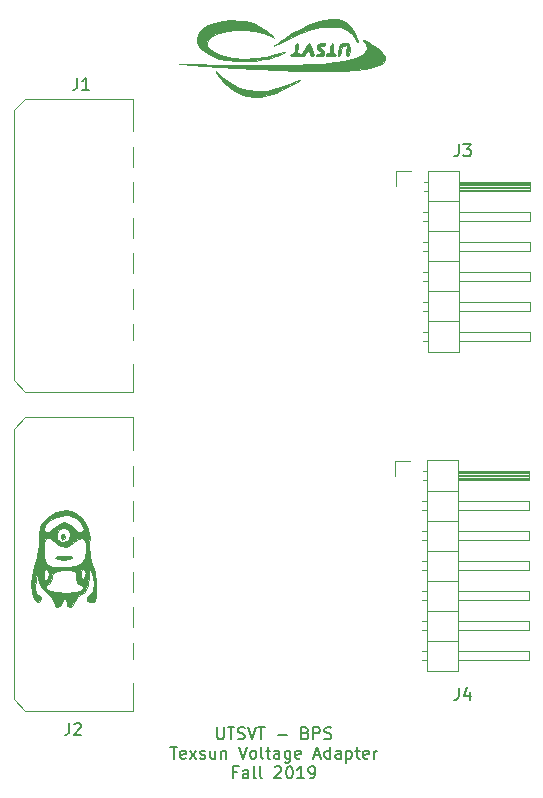
<source format=gbr>
G04 #@! TF.GenerationSoftware,KiCad,Pcbnew,(5.1.4)-1*
G04 #@! TF.CreationDate,2019-11-16T16:56:25-06:00*
G04 #@! TF.ProjectId,ScrutineeringBoard,53637275-7469-46e6-9565-72696e67426f,rev?*
G04 #@! TF.SameCoordinates,Original*
G04 #@! TF.FileFunction,Legend,Top*
G04 #@! TF.FilePolarity,Positive*
%FSLAX46Y46*%
G04 Gerber Fmt 4.6, Leading zero omitted, Abs format (unit mm)*
G04 Created by KiCad (PCBNEW (5.1.4)-1) date 2019-11-16 16:56:25*
%MOMM*%
%LPD*%
G04 APERTURE LIST*
%ADD10C,0.150000*%
%ADD11C,0.010000*%
%ADD12C,0.120000*%
G04 APERTURE END LIST*
D10*
X138190476Y-147802380D02*
X138190476Y-148611904D01*
X138238095Y-148707142D01*
X138285714Y-148754761D01*
X138380952Y-148802380D01*
X138571428Y-148802380D01*
X138666666Y-148754761D01*
X138714285Y-148707142D01*
X138761904Y-148611904D01*
X138761904Y-147802380D01*
X139095238Y-147802380D02*
X139666666Y-147802380D01*
X139380952Y-148802380D02*
X139380952Y-147802380D01*
X139952380Y-148754761D02*
X140095238Y-148802380D01*
X140333333Y-148802380D01*
X140428571Y-148754761D01*
X140476190Y-148707142D01*
X140523809Y-148611904D01*
X140523809Y-148516666D01*
X140476190Y-148421428D01*
X140428571Y-148373809D01*
X140333333Y-148326190D01*
X140142857Y-148278571D01*
X140047619Y-148230952D01*
X140000000Y-148183333D01*
X139952380Y-148088095D01*
X139952380Y-147992857D01*
X140000000Y-147897619D01*
X140047619Y-147850000D01*
X140142857Y-147802380D01*
X140380952Y-147802380D01*
X140523809Y-147850000D01*
X140809523Y-147802380D02*
X141142857Y-148802380D01*
X141476190Y-147802380D01*
X141666666Y-147802380D02*
X142238095Y-147802380D01*
X141952380Y-148802380D02*
X141952380Y-147802380D01*
X143333333Y-148421428D02*
X144095238Y-148421428D01*
X145666666Y-148278571D02*
X145809523Y-148326190D01*
X145857142Y-148373809D01*
X145904761Y-148469047D01*
X145904761Y-148611904D01*
X145857142Y-148707142D01*
X145809523Y-148754761D01*
X145714285Y-148802380D01*
X145333333Y-148802380D01*
X145333333Y-147802380D01*
X145666666Y-147802380D01*
X145761904Y-147850000D01*
X145809523Y-147897619D01*
X145857142Y-147992857D01*
X145857142Y-148088095D01*
X145809523Y-148183333D01*
X145761904Y-148230952D01*
X145666666Y-148278571D01*
X145333333Y-148278571D01*
X146333333Y-148802380D02*
X146333333Y-147802380D01*
X146714285Y-147802380D01*
X146809523Y-147850000D01*
X146857142Y-147897619D01*
X146904761Y-147992857D01*
X146904761Y-148135714D01*
X146857142Y-148230952D01*
X146809523Y-148278571D01*
X146714285Y-148326190D01*
X146333333Y-148326190D01*
X147285714Y-148754761D02*
X147428571Y-148802380D01*
X147666666Y-148802380D01*
X147761904Y-148754761D01*
X147809523Y-148707142D01*
X147857142Y-148611904D01*
X147857142Y-148516666D01*
X147809523Y-148421428D01*
X147761904Y-148373809D01*
X147666666Y-148326190D01*
X147476190Y-148278571D01*
X147380952Y-148230952D01*
X147333333Y-148183333D01*
X147285714Y-148088095D01*
X147285714Y-147992857D01*
X147333333Y-147897619D01*
X147380952Y-147850000D01*
X147476190Y-147802380D01*
X147714285Y-147802380D01*
X147857142Y-147850000D01*
X134238095Y-149452380D02*
X134809523Y-149452380D01*
X134523809Y-150452380D02*
X134523809Y-149452380D01*
X135523809Y-150404761D02*
X135428571Y-150452380D01*
X135238095Y-150452380D01*
X135142857Y-150404761D01*
X135095238Y-150309523D01*
X135095238Y-149928571D01*
X135142857Y-149833333D01*
X135238095Y-149785714D01*
X135428571Y-149785714D01*
X135523809Y-149833333D01*
X135571428Y-149928571D01*
X135571428Y-150023809D01*
X135095238Y-150119047D01*
X135904761Y-150452380D02*
X136428571Y-149785714D01*
X135904761Y-149785714D02*
X136428571Y-150452380D01*
X136761904Y-150404761D02*
X136857142Y-150452380D01*
X137047619Y-150452380D01*
X137142857Y-150404761D01*
X137190476Y-150309523D01*
X137190476Y-150261904D01*
X137142857Y-150166666D01*
X137047619Y-150119047D01*
X136904761Y-150119047D01*
X136809523Y-150071428D01*
X136761904Y-149976190D01*
X136761904Y-149928571D01*
X136809523Y-149833333D01*
X136904761Y-149785714D01*
X137047619Y-149785714D01*
X137142857Y-149833333D01*
X138047619Y-149785714D02*
X138047619Y-150452380D01*
X137619047Y-149785714D02*
X137619047Y-150309523D01*
X137666666Y-150404761D01*
X137761904Y-150452380D01*
X137904761Y-150452380D01*
X138000000Y-150404761D01*
X138047619Y-150357142D01*
X138523809Y-149785714D02*
X138523809Y-150452380D01*
X138523809Y-149880952D02*
X138571428Y-149833333D01*
X138666666Y-149785714D01*
X138809523Y-149785714D01*
X138904761Y-149833333D01*
X138952380Y-149928571D01*
X138952380Y-150452380D01*
X140047619Y-149452380D02*
X140380952Y-150452380D01*
X140714285Y-149452380D01*
X141190476Y-150452380D02*
X141095238Y-150404761D01*
X141047619Y-150357142D01*
X141000000Y-150261904D01*
X141000000Y-149976190D01*
X141047619Y-149880952D01*
X141095238Y-149833333D01*
X141190476Y-149785714D01*
X141333333Y-149785714D01*
X141428571Y-149833333D01*
X141476190Y-149880952D01*
X141523809Y-149976190D01*
X141523809Y-150261904D01*
X141476190Y-150357142D01*
X141428571Y-150404761D01*
X141333333Y-150452380D01*
X141190476Y-150452380D01*
X142095238Y-150452380D02*
X142000000Y-150404761D01*
X141952380Y-150309523D01*
X141952380Y-149452380D01*
X142333333Y-149785714D02*
X142714285Y-149785714D01*
X142476190Y-149452380D02*
X142476190Y-150309523D01*
X142523809Y-150404761D01*
X142619047Y-150452380D01*
X142714285Y-150452380D01*
X143476190Y-150452380D02*
X143476190Y-149928571D01*
X143428571Y-149833333D01*
X143333333Y-149785714D01*
X143142857Y-149785714D01*
X143047619Y-149833333D01*
X143476190Y-150404761D02*
X143380952Y-150452380D01*
X143142857Y-150452380D01*
X143047619Y-150404761D01*
X143000000Y-150309523D01*
X143000000Y-150214285D01*
X143047619Y-150119047D01*
X143142857Y-150071428D01*
X143380952Y-150071428D01*
X143476190Y-150023809D01*
X144380952Y-149785714D02*
X144380952Y-150595238D01*
X144333333Y-150690476D01*
X144285714Y-150738095D01*
X144190476Y-150785714D01*
X144047619Y-150785714D01*
X143952380Y-150738095D01*
X144380952Y-150404761D02*
X144285714Y-150452380D01*
X144095238Y-150452380D01*
X144000000Y-150404761D01*
X143952380Y-150357142D01*
X143904761Y-150261904D01*
X143904761Y-149976190D01*
X143952380Y-149880952D01*
X144000000Y-149833333D01*
X144095238Y-149785714D01*
X144285714Y-149785714D01*
X144380952Y-149833333D01*
X145238095Y-150404761D02*
X145142857Y-150452380D01*
X144952380Y-150452380D01*
X144857142Y-150404761D01*
X144809523Y-150309523D01*
X144809523Y-149928571D01*
X144857142Y-149833333D01*
X144952380Y-149785714D01*
X145142857Y-149785714D01*
X145238095Y-149833333D01*
X145285714Y-149928571D01*
X145285714Y-150023809D01*
X144809523Y-150119047D01*
X146428571Y-150166666D02*
X146904761Y-150166666D01*
X146333333Y-150452380D02*
X146666666Y-149452380D01*
X147000000Y-150452380D01*
X147761904Y-150452380D02*
X147761904Y-149452380D01*
X147761904Y-150404761D02*
X147666666Y-150452380D01*
X147476190Y-150452380D01*
X147380952Y-150404761D01*
X147333333Y-150357142D01*
X147285714Y-150261904D01*
X147285714Y-149976190D01*
X147333333Y-149880952D01*
X147380952Y-149833333D01*
X147476190Y-149785714D01*
X147666666Y-149785714D01*
X147761904Y-149833333D01*
X148666666Y-150452380D02*
X148666666Y-149928571D01*
X148619047Y-149833333D01*
X148523809Y-149785714D01*
X148333333Y-149785714D01*
X148238095Y-149833333D01*
X148666666Y-150404761D02*
X148571428Y-150452380D01*
X148333333Y-150452380D01*
X148238095Y-150404761D01*
X148190476Y-150309523D01*
X148190476Y-150214285D01*
X148238095Y-150119047D01*
X148333333Y-150071428D01*
X148571428Y-150071428D01*
X148666666Y-150023809D01*
X149142857Y-149785714D02*
X149142857Y-150785714D01*
X149142857Y-149833333D02*
X149238095Y-149785714D01*
X149428571Y-149785714D01*
X149523809Y-149833333D01*
X149571428Y-149880952D01*
X149619047Y-149976190D01*
X149619047Y-150261904D01*
X149571428Y-150357142D01*
X149523809Y-150404761D01*
X149428571Y-150452380D01*
X149238095Y-150452380D01*
X149142857Y-150404761D01*
X149904761Y-149785714D02*
X150285714Y-149785714D01*
X150047619Y-149452380D02*
X150047619Y-150309523D01*
X150095238Y-150404761D01*
X150190476Y-150452380D01*
X150285714Y-150452380D01*
X151000000Y-150404761D02*
X150904761Y-150452380D01*
X150714285Y-150452380D01*
X150619047Y-150404761D01*
X150571428Y-150309523D01*
X150571428Y-149928571D01*
X150619047Y-149833333D01*
X150714285Y-149785714D01*
X150904761Y-149785714D01*
X151000000Y-149833333D01*
X151047619Y-149928571D01*
X151047619Y-150023809D01*
X150571428Y-150119047D01*
X151476190Y-150452380D02*
X151476190Y-149785714D01*
X151476190Y-149976190D02*
X151523809Y-149880952D01*
X151571428Y-149833333D01*
X151666666Y-149785714D01*
X151761904Y-149785714D01*
X139880952Y-151578571D02*
X139547619Y-151578571D01*
X139547619Y-152102380D02*
X139547619Y-151102380D01*
X140023809Y-151102380D01*
X140833333Y-152102380D02*
X140833333Y-151578571D01*
X140785714Y-151483333D01*
X140690476Y-151435714D01*
X140500000Y-151435714D01*
X140404761Y-151483333D01*
X140833333Y-152054761D02*
X140738095Y-152102380D01*
X140500000Y-152102380D01*
X140404761Y-152054761D01*
X140357142Y-151959523D01*
X140357142Y-151864285D01*
X140404761Y-151769047D01*
X140500000Y-151721428D01*
X140738095Y-151721428D01*
X140833333Y-151673809D01*
X141452380Y-152102380D02*
X141357142Y-152054761D01*
X141309523Y-151959523D01*
X141309523Y-151102380D01*
X141976190Y-152102380D02*
X141880952Y-152054761D01*
X141833333Y-151959523D01*
X141833333Y-151102380D01*
X143071428Y-151197619D02*
X143119047Y-151150000D01*
X143214285Y-151102380D01*
X143452380Y-151102380D01*
X143547619Y-151150000D01*
X143595238Y-151197619D01*
X143642857Y-151292857D01*
X143642857Y-151388095D01*
X143595238Y-151530952D01*
X143023809Y-152102380D01*
X143642857Y-152102380D01*
X144261904Y-151102380D02*
X144357142Y-151102380D01*
X144452380Y-151150000D01*
X144500000Y-151197619D01*
X144547619Y-151292857D01*
X144595238Y-151483333D01*
X144595238Y-151721428D01*
X144547619Y-151911904D01*
X144500000Y-152007142D01*
X144452380Y-152054761D01*
X144357142Y-152102380D01*
X144261904Y-152102380D01*
X144166666Y-152054761D01*
X144119047Y-152007142D01*
X144071428Y-151911904D01*
X144023809Y-151721428D01*
X144023809Y-151483333D01*
X144071428Y-151292857D01*
X144119047Y-151197619D01*
X144166666Y-151150000D01*
X144261904Y-151102380D01*
X145547619Y-152102380D02*
X144976190Y-152102380D01*
X145261904Y-152102380D02*
X145261904Y-151102380D01*
X145166666Y-151245238D01*
X145071428Y-151340476D01*
X144976190Y-151388095D01*
X146023809Y-152102380D02*
X146214285Y-152102380D01*
X146309523Y-152054761D01*
X146357142Y-152007142D01*
X146452380Y-151864285D01*
X146500000Y-151673809D01*
X146500000Y-151292857D01*
X146452380Y-151197619D01*
X146404761Y-151150000D01*
X146309523Y-151102380D01*
X146119047Y-151102380D01*
X146023809Y-151150000D01*
X145976190Y-151197619D01*
X145928571Y-151292857D01*
X145928571Y-151530952D01*
X145976190Y-151626190D01*
X146023809Y-151673809D01*
X146119047Y-151721428D01*
X146309523Y-151721428D01*
X146404761Y-151673809D01*
X146452380Y-151626190D01*
X146500000Y-151530952D01*
D11*
G36*
X140724978Y-94382961D02*
G01*
X140417332Y-94300682D01*
X139790758Y-94026518D01*
X139186490Y-93606725D01*
X138637655Y-93064659D01*
X138598230Y-93018025D01*
X138385568Y-92752679D01*
X138215188Y-92520775D01*
X138107457Y-92352147D01*
X138082740Y-92276630D01*
X138091521Y-92275698D01*
X138162702Y-92329013D01*
X138331084Y-92465961D01*
X138564831Y-92660521D01*
X138650441Y-92732558D01*
X139362867Y-93261127D01*
X140080105Y-93641567D01*
X140816574Y-93875162D01*
X141586691Y-93963193D01*
X142404873Y-93906943D01*
X143285537Y-93707692D01*
X144243103Y-93366724D01*
X144509686Y-93253600D01*
X144878483Y-93098627D01*
X145103585Y-93017443D01*
X145191145Y-93004977D01*
X145147317Y-93056158D01*
X144978254Y-93165915D01*
X144690110Y-93329176D01*
X144289038Y-93540870D01*
X143957666Y-93708542D01*
X143178536Y-94065397D01*
X142492342Y-94306811D01*
X141872445Y-94437240D01*
X141292203Y-94461137D01*
X140724978Y-94382961D01*
X140724978Y-94382961D01*
G37*
X140724978Y-94382961D02*
X140417332Y-94300682D01*
X139790758Y-94026518D01*
X139186490Y-93606725D01*
X138637655Y-93064659D01*
X138598230Y-93018025D01*
X138385568Y-92752679D01*
X138215188Y-92520775D01*
X138107457Y-92352147D01*
X138082740Y-92276630D01*
X138091521Y-92275698D01*
X138162702Y-92329013D01*
X138331084Y-92465961D01*
X138564831Y-92660521D01*
X138650441Y-92732558D01*
X139362867Y-93261127D01*
X140080105Y-93641567D01*
X140816574Y-93875162D01*
X141586691Y-93963193D01*
X142404873Y-93906943D01*
X143285537Y-93707692D01*
X144243103Y-93366724D01*
X144509686Y-93253600D01*
X144878483Y-93098627D01*
X145103585Y-93017443D01*
X145191145Y-93004977D01*
X145147317Y-93056158D01*
X144978254Y-93165915D01*
X144690110Y-93329176D01*
X144289038Y-93540870D01*
X143957666Y-93708542D01*
X143178536Y-94065397D01*
X142492342Y-94306811D01*
X141872445Y-94437240D01*
X141292203Y-94461137D01*
X140724978Y-94382961D01*
G36*
X144612000Y-90991829D02*
G01*
X144421456Y-90964776D01*
X144357025Y-90915027D01*
X144359409Y-90894166D01*
X144462111Y-90798153D01*
X144578132Y-90761278D01*
X144721636Y-90689184D01*
X144763156Y-90507278D01*
X144792487Y-90192413D01*
X144868927Y-89978708D01*
X144980568Y-89899337D01*
X144981425Y-89899333D01*
X145041787Y-89924380D01*
X145063041Y-90019582D01*
X145044963Y-90215027D01*
X144987327Y-90540807D01*
X144976225Y-90597833D01*
X145008456Y-90722258D01*
X145101537Y-90746000D01*
X145247642Y-90791185D01*
X145287716Y-90841483D01*
X145338831Y-90821473D01*
X145443855Y-90679724D01*
X145581098Y-90446016D01*
X145596070Y-90418149D01*
X145749682Y-90159194D01*
X145889732Y-89973240D01*
X145986620Y-89899407D01*
X145988624Y-89899333D01*
X146078170Y-89976085D01*
X146178572Y-90180704D01*
X146237659Y-90356864D01*
X146326341Y-90679149D01*
X146361640Y-90872498D01*
X146343933Y-90968551D01*
X146273594Y-90998946D01*
X146245280Y-91000000D01*
X146138358Y-90927057D01*
X146068875Y-90767166D01*
X146002079Y-90497002D01*
X145942903Y-90385964D01*
X145871520Y-90426086D01*
X145768103Y-90609401D01*
X145752833Y-90640166D01*
X145575306Y-91000000D01*
X144949931Y-91000000D01*
X144612000Y-90991829D01*
X144612000Y-90991829D01*
G37*
X144612000Y-90991829D02*
X144421456Y-90964776D01*
X144357025Y-90915027D01*
X144359409Y-90894166D01*
X144462111Y-90798153D01*
X144578132Y-90761278D01*
X144721636Y-90689184D01*
X144763156Y-90507278D01*
X144792487Y-90192413D01*
X144868927Y-89978708D01*
X144980568Y-89899337D01*
X144981425Y-89899333D01*
X145041787Y-89924380D01*
X145063041Y-90019582D01*
X145044963Y-90215027D01*
X144987327Y-90540807D01*
X144976225Y-90597833D01*
X145008456Y-90722258D01*
X145101537Y-90746000D01*
X145247642Y-90791185D01*
X145287716Y-90841483D01*
X145338831Y-90821473D01*
X145443855Y-90679724D01*
X145581098Y-90446016D01*
X145596070Y-90418149D01*
X145749682Y-90159194D01*
X145889732Y-89973240D01*
X145986620Y-89899407D01*
X145988624Y-89899333D01*
X146078170Y-89976085D01*
X146178572Y-90180704D01*
X146237659Y-90356864D01*
X146326341Y-90679149D01*
X146361640Y-90872498D01*
X146343933Y-90968551D01*
X146273594Y-90998946D01*
X146245280Y-91000000D01*
X146138358Y-90927057D01*
X146068875Y-90767166D01*
X146002079Y-90497002D01*
X145942903Y-90385964D01*
X145871520Y-90426086D01*
X145768103Y-90609401D01*
X145752833Y-90640166D01*
X145575306Y-91000000D01*
X144949931Y-91000000D01*
X144612000Y-90991829D01*
G36*
X147543781Y-90986404D02*
G01*
X147413756Y-90939332D01*
X147386666Y-90873000D01*
X147456950Y-90769491D01*
X147553084Y-90746000D01*
X147658805Y-90714825D01*
X147725004Y-90595324D01*
X147772166Y-90348535D01*
X147775658Y-90322666D01*
X147835134Y-90036825D01*
X147918818Y-89908790D01*
X147955852Y-89899333D01*
X148026747Y-89931302D01*
X148047907Y-90051782D01*
X148025064Y-90297634D01*
X148021666Y-90322666D01*
X147995050Y-90576799D01*
X148010819Y-90704493D01*
X148076074Y-90744924D01*
X148098388Y-90746000D01*
X148215657Y-90810356D01*
X148233333Y-90873000D01*
X148188014Y-90952865D01*
X148031106Y-90991873D01*
X147810000Y-91000000D01*
X147543781Y-90986404D01*
X147543781Y-90986404D01*
G37*
X147543781Y-90986404D02*
X147413756Y-90939332D01*
X147386666Y-90873000D01*
X147456950Y-90769491D01*
X147553084Y-90746000D01*
X147658805Y-90714825D01*
X147725004Y-90595324D01*
X147772166Y-90348535D01*
X147775658Y-90322666D01*
X147835134Y-90036825D01*
X147918818Y-89908790D01*
X147955852Y-89899333D01*
X148026747Y-89931302D01*
X148047907Y-90051782D01*
X148025064Y-90297634D01*
X148021666Y-90322666D01*
X147995050Y-90576799D01*
X148010819Y-90704493D01*
X148076074Y-90744924D01*
X148098388Y-90746000D01*
X148215657Y-90810356D01*
X148233333Y-90873000D01*
X148188014Y-90952865D01*
X148031106Y-90991873D01*
X147810000Y-91000000D01*
X147543781Y-90986404D01*
G36*
X146582865Y-90956304D02*
G01*
X146561588Y-90894166D01*
X146664029Y-90811381D01*
X146794000Y-90788333D01*
X146976081Y-90748018D01*
X147010729Y-90651573D01*
X146892099Y-90535753D01*
X146838526Y-90508404D01*
X146664391Y-90360681D01*
X146639657Y-90171510D01*
X146766231Y-89982628D01*
X146812839Y-89946467D01*
X147023917Y-89832456D01*
X147195081Y-89840730D01*
X147291680Y-89891164D01*
X147372317Y-89992553D01*
X147317074Y-90072590D01*
X147159008Y-90098335D01*
X147092354Y-90089775D01*
X146924282Y-90099369D01*
X146878118Y-90184831D01*
X146957770Y-90300580D01*
X147068672Y-90366090D01*
X147244951Y-90515060D01*
X147287567Y-90715689D01*
X147213958Y-90877067D01*
X147085162Y-90955228D01*
X146898073Y-90995509D01*
X146711153Y-90996379D01*
X146582865Y-90956304D01*
X146582865Y-90956304D01*
G37*
X146582865Y-90956304D02*
X146561588Y-90894166D01*
X146664029Y-90811381D01*
X146794000Y-90788333D01*
X146976081Y-90748018D01*
X147010729Y-90651573D01*
X146892099Y-90535753D01*
X146838526Y-90508404D01*
X146664391Y-90360681D01*
X146639657Y-90171510D01*
X146766231Y-89982628D01*
X146812839Y-89946467D01*
X147023917Y-89832456D01*
X147195081Y-89840730D01*
X147291680Y-89891164D01*
X147372317Y-89992553D01*
X147317074Y-90072590D01*
X147159008Y-90098335D01*
X147092354Y-90089775D01*
X146924282Y-90099369D01*
X146878118Y-90184831D01*
X146957770Y-90300580D01*
X147068672Y-90366090D01*
X147244951Y-90515060D01*
X147287567Y-90715689D01*
X147213958Y-90877067D01*
X147085162Y-90955228D01*
X146898073Y-90995509D01*
X146711153Y-90996379D01*
X146582865Y-90956304D01*
G36*
X148421383Y-90930685D02*
G01*
X148404686Y-90851833D01*
X148428444Y-90637206D01*
X148483594Y-90377529D01*
X148552892Y-90139877D01*
X148619093Y-89991324D01*
X148628918Y-89979639D01*
X148818991Y-89884999D01*
X149067669Y-89856323D01*
X149270500Y-89904068D01*
X149369141Y-90039415D01*
X149419599Y-90263188D01*
X149424653Y-90523189D01*
X149387081Y-90767218D01*
X149309665Y-90943077D01*
X149212142Y-91000000D01*
X149152474Y-90941891D01*
X149135290Y-90753907D01*
X149147627Y-90526991D01*
X149165826Y-90259211D01*
X149153735Y-90121552D01*
X149097317Y-90075585D01*
X148985260Y-90082491D01*
X148861007Y-90124717D01*
X148782779Y-90236238D01*
X148725202Y-90460387D01*
X148708259Y-90555500D01*
X148638605Y-90841845D01*
X148554235Y-90986310D01*
X148517759Y-91000000D01*
X148421383Y-90930685D01*
X148421383Y-90930685D01*
G37*
X148421383Y-90930685D02*
X148404686Y-90851833D01*
X148428444Y-90637206D01*
X148483594Y-90377529D01*
X148552892Y-90139877D01*
X148619093Y-89991324D01*
X148628918Y-89979639D01*
X148818991Y-89884999D01*
X149067669Y-89856323D01*
X149270500Y-89904068D01*
X149369141Y-90039415D01*
X149419599Y-90263188D01*
X149424653Y-90523189D01*
X149387081Y-90767218D01*
X149309665Y-90943077D01*
X149212142Y-91000000D01*
X149152474Y-90941891D01*
X149135290Y-90753907D01*
X149147627Y-90526991D01*
X149165826Y-90259211D01*
X149153735Y-90121552D01*
X149097317Y-90075585D01*
X148985260Y-90082491D01*
X148861007Y-90124717D01*
X148782779Y-90236238D01*
X148725202Y-90460387D01*
X148708259Y-90555500D01*
X148638605Y-90841845D01*
X148554235Y-90986310D01*
X148517759Y-91000000D01*
X148421383Y-90930685D01*
G36*
X144996057Y-92244338D02*
G01*
X143381699Y-92190163D01*
X141613779Y-92104187D01*
X139693471Y-91986327D01*
X139428000Y-91968337D01*
X138775054Y-91922320D01*
X138084444Y-91871398D01*
X137406667Y-91819447D01*
X136792222Y-91770345D01*
X136291607Y-91727970D01*
X136253000Y-91724542D01*
X134983000Y-91611199D01*
X136888000Y-91665433D01*
X137704920Y-91685268D01*
X138590947Y-91700676D01*
X139526118Y-91711766D01*
X140490473Y-91718643D01*
X141464050Y-91721415D01*
X142426887Y-91720189D01*
X143359022Y-91715073D01*
X144240493Y-91706172D01*
X145051340Y-91693596D01*
X145771599Y-91677449D01*
X146381310Y-91657841D01*
X146860511Y-91634877D01*
X147175000Y-91610233D01*
X148149560Y-91490575D01*
X148962254Y-91357796D01*
X149620220Y-91209356D01*
X150130594Y-91042717D01*
X150500513Y-90855339D01*
X150737114Y-90644682D01*
X150847533Y-90408207D01*
X150858000Y-90299811D01*
X150808075Y-90057176D01*
X150687500Y-89813113D01*
X150682901Y-89806570D01*
X150584737Y-89654446D01*
X150574275Y-89586366D01*
X150664724Y-89604997D01*
X150869295Y-89713003D01*
X151196666Y-89910255D01*
X151625374Y-90200062D01*
X151989208Y-90494818D01*
X152261715Y-90770068D01*
X152416441Y-91001357D01*
X152435108Y-91055122D01*
X152421021Y-91314430D01*
X152241618Y-91542760D01*
X151898074Y-91740032D01*
X151391565Y-91906161D01*
X150723266Y-92041066D01*
X149894353Y-92144664D01*
X148906000Y-92216873D01*
X147759382Y-92257610D01*
X146455677Y-92266792D01*
X144996057Y-92244338D01*
X144996057Y-92244338D01*
G37*
X144996057Y-92244338D02*
X143381699Y-92190163D01*
X141613779Y-92104187D01*
X139693471Y-91986327D01*
X139428000Y-91968337D01*
X138775054Y-91922320D01*
X138084444Y-91871398D01*
X137406667Y-91819447D01*
X136792222Y-91770345D01*
X136291607Y-91727970D01*
X136253000Y-91724542D01*
X134983000Y-91611199D01*
X136888000Y-91665433D01*
X137704920Y-91685268D01*
X138590947Y-91700676D01*
X139526118Y-91711766D01*
X140490473Y-91718643D01*
X141464050Y-91721415D01*
X142426887Y-91720189D01*
X143359022Y-91715073D01*
X144240493Y-91706172D01*
X145051340Y-91693596D01*
X145771599Y-91677449D01*
X146381310Y-91657841D01*
X146860511Y-91634877D01*
X147175000Y-91610233D01*
X148149560Y-91490575D01*
X148962254Y-91357796D01*
X149620220Y-91209356D01*
X150130594Y-91042717D01*
X150500513Y-90855339D01*
X150737114Y-90644682D01*
X150847533Y-90408207D01*
X150858000Y-90299811D01*
X150808075Y-90057176D01*
X150687500Y-89813113D01*
X150682901Y-89806570D01*
X150584737Y-89654446D01*
X150574275Y-89586366D01*
X150664724Y-89604997D01*
X150869295Y-89713003D01*
X151196666Y-89910255D01*
X151625374Y-90200062D01*
X151989208Y-90494818D01*
X152261715Y-90770068D01*
X152416441Y-91001357D01*
X152435108Y-91055122D01*
X152421021Y-91314430D01*
X152241618Y-91542760D01*
X151898074Y-91740032D01*
X151391565Y-91906161D01*
X150723266Y-92041066D01*
X149894353Y-92144664D01*
X148906000Y-92216873D01*
X147759382Y-92257610D01*
X146455677Y-92266792D01*
X144996057Y-92244338D01*
G36*
X139773384Y-91405116D02*
G01*
X139006905Y-91323301D01*
X138335679Y-91178861D01*
X138200333Y-91137011D01*
X137563721Y-90880027D01*
X137068334Y-90582025D01*
X136718625Y-90251636D01*
X136519048Y-89897489D01*
X136474056Y-89528214D01*
X136588103Y-89152440D01*
X136865643Y-88778797D01*
X136943941Y-88702499D01*
X137403294Y-88380200D01*
X137985672Y-88138255D01*
X138661566Y-87983482D01*
X139401469Y-87922695D01*
X140156278Y-87960423D01*
X140548741Y-88024381D01*
X140954886Y-88119850D01*
X141226958Y-88205274D01*
X141595756Y-88369092D01*
X141997258Y-88588415D01*
X142380836Y-88831706D01*
X142695862Y-89067430D01*
X142857000Y-89220642D01*
X143026333Y-89414499D01*
X142772333Y-89285314D01*
X142117245Y-89022588D01*
X141373870Y-88842697D01*
X140584552Y-88747421D01*
X139791634Y-88738541D01*
X139037458Y-88817837D01*
X138364368Y-88987091D01*
X138107861Y-89089130D01*
X137681482Y-89331941D01*
X137419786Y-89591775D01*
X137319991Y-89860575D01*
X137379314Y-90130283D01*
X137594973Y-90392840D01*
X137964185Y-90640190D01*
X138484169Y-90864274D01*
X138750666Y-90950650D01*
X139566797Y-91124771D01*
X140469602Y-91197257D01*
X141411306Y-91169413D01*
X142344134Y-91042547D01*
X143185111Y-90829399D01*
X143517390Y-90726047D01*
X143782869Y-90650087D01*
X143945026Y-90611618D01*
X143977242Y-90610353D01*
X143934995Y-90664550D01*
X143761425Y-90751263D01*
X143488765Y-90859156D01*
X143149248Y-90976889D01*
X142775106Y-91093124D01*
X142398572Y-91196522D01*
X142133343Y-91258966D01*
X141387703Y-91374533D01*
X140584017Y-91422721D01*
X139773384Y-91405116D01*
X139773384Y-91405116D01*
G37*
X139773384Y-91405116D02*
X139006905Y-91323301D01*
X138335679Y-91178861D01*
X138200333Y-91137011D01*
X137563721Y-90880027D01*
X137068334Y-90582025D01*
X136718625Y-90251636D01*
X136519048Y-89897489D01*
X136474056Y-89528214D01*
X136588103Y-89152440D01*
X136865643Y-88778797D01*
X136943941Y-88702499D01*
X137403294Y-88380200D01*
X137985672Y-88138255D01*
X138661566Y-87983482D01*
X139401469Y-87922695D01*
X140156278Y-87960423D01*
X140548741Y-88024381D01*
X140954886Y-88119850D01*
X141226958Y-88205274D01*
X141595756Y-88369092D01*
X141997258Y-88588415D01*
X142380836Y-88831706D01*
X142695862Y-89067430D01*
X142857000Y-89220642D01*
X143026333Y-89414499D01*
X142772333Y-89285314D01*
X142117245Y-89022588D01*
X141373870Y-88842697D01*
X140584552Y-88747421D01*
X139791634Y-88738541D01*
X139037458Y-88817837D01*
X138364368Y-88987091D01*
X138107861Y-89089130D01*
X137681482Y-89331941D01*
X137419786Y-89591775D01*
X137319991Y-89860575D01*
X137379314Y-90130283D01*
X137594973Y-90392840D01*
X137964185Y-90640190D01*
X138484169Y-90864274D01*
X138750666Y-90950650D01*
X139566797Y-91124771D01*
X140469602Y-91197257D01*
X141411306Y-91169413D01*
X142344134Y-91042547D01*
X143185111Y-90829399D01*
X143517390Y-90726047D01*
X143782869Y-90650087D01*
X143945026Y-90611618D01*
X143977242Y-90610353D01*
X143934995Y-90664550D01*
X143761425Y-90751263D01*
X143488765Y-90859156D01*
X143149248Y-90976889D01*
X142775106Y-91093124D01*
X142398572Y-91196522D01*
X142133343Y-91258966D01*
X141387703Y-91374533D01*
X140584017Y-91422721D01*
X139773384Y-91405116D01*
G36*
X143051583Y-90040687D02*
G01*
X143235010Y-89906373D01*
X143505292Y-89721952D01*
X143833442Y-89506240D01*
X144190474Y-89278052D01*
X144547401Y-89056205D01*
X144875235Y-88859514D01*
X145112379Y-88724511D01*
X145859592Y-88357360D01*
X146589034Y-88078962D01*
X147277050Y-87894856D01*
X147899988Y-87810576D01*
X148434193Y-87831661D01*
X148679657Y-87889531D01*
X149163131Y-88135723D01*
X149564541Y-88527795D01*
X149850449Y-88999571D01*
X149965497Y-89266580D01*
X150048173Y-89502155D01*
X150094075Y-89681027D01*
X150098801Y-89777926D01*
X150057950Y-89767582D01*
X149967121Y-89624726D01*
X149955551Y-89603000D01*
X149622360Y-89139158D01*
X149173612Y-88765070D01*
X149037666Y-88685079D01*
X148864575Y-88603552D01*
X148679985Y-88550582D01*
X148442995Y-88520624D01*
X148112704Y-88508131D01*
X147725333Y-88507113D01*
X147263087Y-88514930D01*
X146907723Y-88539486D01*
X146596941Y-88590339D01*
X146268442Y-88677045D01*
X145947333Y-88779875D01*
X145554308Y-88925216D01*
X145072265Y-89125059D01*
X144561207Y-89353489D01*
X144081137Y-89584592D01*
X144063500Y-89593488D01*
X143679660Y-89785329D01*
X143355966Y-89942972D01*
X143119073Y-90053760D01*
X142995636Y-90105036D01*
X142984000Y-90106077D01*
X143051583Y-90040687D01*
X143051583Y-90040687D01*
G37*
X143051583Y-90040687D02*
X143235010Y-89906373D01*
X143505292Y-89721952D01*
X143833442Y-89506240D01*
X144190474Y-89278052D01*
X144547401Y-89056205D01*
X144875235Y-88859514D01*
X145112379Y-88724511D01*
X145859592Y-88357360D01*
X146589034Y-88078962D01*
X147277050Y-87894856D01*
X147899988Y-87810576D01*
X148434193Y-87831661D01*
X148679657Y-87889531D01*
X149163131Y-88135723D01*
X149564541Y-88527795D01*
X149850449Y-88999571D01*
X149965497Y-89266580D01*
X150048173Y-89502155D01*
X150094075Y-89681027D01*
X150098801Y-89777926D01*
X150057950Y-89767582D01*
X149967121Y-89624726D01*
X149955551Y-89603000D01*
X149622360Y-89139158D01*
X149173612Y-88765070D01*
X149037666Y-88685079D01*
X148864575Y-88603552D01*
X148679985Y-88550582D01*
X148442995Y-88520624D01*
X148112704Y-88508131D01*
X147725333Y-88507113D01*
X147263087Y-88514930D01*
X146907723Y-88539486D01*
X146596941Y-88590339D01*
X146268442Y-88677045D01*
X145947333Y-88779875D01*
X145554308Y-88925216D01*
X145072265Y-89125059D01*
X144561207Y-89353489D01*
X144081137Y-89584592D01*
X144063500Y-89593488D01*
X143679660Y-89785329D01*
X143355966Y-89942972D01*
X143119073Y-90053760D01*
X142995636Y-90105036D01*
X142984000Y-90106077D01*
X143051583Y-90040687D01*
G36*
X125215119Y-131414634D02*
G01*
X125337223Y-131668304D01*
X125308460Y-131744626D01*
X125104126Y-131932311D01*
X125004140Y-131718543D01*
X125000000Y-131611675D01*
X125104140Y-131393668D01*
X125215119Y-131414634D01*
X125215119Y-131414634D01*
G37*
X125215119Y-131414634D02*
X125337223Y-131668304D01*
X125308460Y-131744626D01*
X125104126Y-131932311D01*
X125004140Y-131718543D01*
X125000000Y-131611675D01*
X125104140Y-131393668D01*
X125215119Y-131414634D01*
G36*
X125706946Y-133309317D02*
G01*
X125937742Y-133409234D01*
X125934661Y-133452197D01*
X125662097Y-133584661D01*
X125211666Y-133635000D01*
X124734315Y-133577854D01*
X124488672Y-133452197D01*
X124600973Y-133338498D01*
X125018364Y-133274526D01*
X125211666Y-133269394D01*
X125706946Y-133309317D01*
X125706946Y-133309317D01*
G37*
X125706946Y-133309317D02*
X125937742Y-133409234D01*
X125934661Y-133452197D01*
X125662097Y-133584661D01*
X125211666Y-133635000D01*
X124734315Y-133577854D01*
X124488672Y-133452197D01*
X124600973Y-133338498D01*
X125018364Y-133274526D01*
X125211666Y-133269394D01*
X125706946Y-133309317D01*
G36*
X126107914Y-129598487D02*
G01*
X126735500Y-130065681D01*
X127185506Y-130786404D01*
X127392432Y-131720329D01*
X127378361Y-132315391D01*
X127430229Y-133349520D01*
X127623285Y-133934880D01*
X127829253Y-134611636D01*
X127947818Y-135500416D01*
X127963333Y-135942405D01*
X127948378Y-136658797D01*
X127882494Y-137048446D01*
X127734151Y-137207500D01*
X127540000Y-137233333D01*
X127196047Y-137096150D01*
X127138509Y-136804581D01*
X127394154Y-136538602D01*
X127434166Y-136521789D01*
X127649671Y-136237624D01*
X127734726Y-135699121D01*
X127681071Y-135057257D01*
X127540000Y-134587500D01*
X127422368Y-134391699D01*
X127362976Y-134545533D01*
X127343210Y-134971832D01*
X127240392Y-135791369D01*
X126990193Y-136358813D01*
X126629186Y-136595803D01*
X126584085Y-136598333D01*
X126309021Y-136778891D01*
X126145252Y-137127500D01*
X125940768Y-137524783D01*
X125705395Y-137656667D01*
X125490327Y-137568278D01*
X125502708Y-137487810D01*
X125493943Y-137187453D01*
X125409361Y-137011560D01*
X125241319Y-136852245D01*
X125114923Y-137064923D01*
X125081140Y-137180417D01*
X124864801Y-137551646D01*
X124645321Y-137656667D01*
X124447390Y-137545311D01*
X124473630Y-137440474D01*
X124408307Y-137187256D01*
X124091863Y-136786614D01*
X123851122Y-136554860D01*
X123332968Y-136003010D01*
X123250690Y-135808438D01*
X123582755Y-135808438D01*
X123708237Y-136042668D01*
X123730000Y-136069167D01*
X124082494Y-136243959D01*
X124702681Y-136357162D01*
X125438056Y-136398626D01*
X126136113Y-136358202D01*
X126570188Y-136258187D01*
X126866665Y-136037894D01*
X126840967Y-135822957D01*
X126587500Y-135751667D01*
X126337475Y-135565887D01*
X126270000Y-135105069D01*
X126259725Y-134915583D01*
X126707658Y-134915583D01*
X126728140Y-135378074D01*
X126790965Y-135458575D01*
X126937475Y-135198426D01*
X126954752Y-135162677D01*
X127079280Y-134705266D01*
X126940427Y-134432427D01*
X126774699Y-134360239D01*
X126709880Y-134627584D01*
X126707658Y-134915583D01*
X126259725Y-134915583D01*
X126248954Y-134716985D01*
X126111356Y-134536106D01*
X125745512Y-134497767D01*
X125264583Y-134522986D01*
X124651258Y-134585439D01*
X124342175Y-134717341D01*
X124218247Y-134990493D01*
X124192190Y-135169583D01*
X124031651Y-135625273D01*
X123795856Y-135751667D01*
X123582755Y-135808438D01*
X123250690Y-135808438D01*
X123105116Y-135464185D01*
X123070658Y-135130637D01*
X123063382Y-134905000D01*
X123518333Y-134905000D01*
X123574696Y-135335259D01*
X123719925Y-135439782D01*
X123730000Y-135434167D01*
X123909663Y-135134739D01*
X123941666Y-134905000D01*
X123841564Y-134505013D01*
X123730000Y-134375833D01*
X123580837Y-134459388D01*
X123518529Y-134873709D01*
X123518333Y-134905000D01*
X123063382Y-134905000D01*
X123046317Y-134375833D01*
X122884374Y-135218417D01*
X122798865Y-136013405D01*
X122903443Y-136480884D01*
X123117645Y-136598333D01*
X123283196Y-136771125D01*
X123306666Y-136931353D01*
X123148883Y-137184596D01*
X122936250Y-137193880D01*
X122693558Y-136952329D01*
X122538520Y-136417124D01*
X122477638Y-135710097D01*
X122517415Y-134953074D01*
X122664352Y-134267887D01*
X122766658Y-134016470D01*
X122959274Y-133401915D01*
X123051687Y-132746000D01*
X123518333Y-132746000D01*
X123568409Y-133399991D01*
X123695211Y-133890712D01*
X123772333Y-134016000D01*
X124183706Y-134195648D01*
X124844350Y-134271026D01*
X125594603Y-134247334D01*
X126274800Y-134129771D01*
X126725279Y-133923537D01*
X126729583Y-133919694D01*
X126993952Y-133487392D01*
X127116380Y-132900495D01*
X127092545Y-132317491D01*
X126918126Y-131896867D01*
X126787317Y-131801997D01*
X126400643Y-131852792D01*
X126038238Y-132126140D01*
X125472951Y-132517621D01*
X124911477Y-132488211D01*
X124470833Y-132153333D01*
X124022049Y-131770194D01*
X123718475Y-131780031D01*
X123554028Y-132186628D01*
X123518333Y-132746000D01*
X123051687Y-132746000D01*
X123076010Y-132573368D01*
X123095000Y-132099646D01*
X123117580Y-131395745D01*
X124598004Y-131395745D01*
X124658907Y-131850679D01*
X124955608Y-132098960D01*
X125263637Y-132115262D01*
X125641953Y-131932537D01*
X125740833Y-131518333D01*
X125624499Y-131082296D01*
X125263637Y-130921404D01*
X124811483Y-131019794D01*
X124598004Y-131395745D01*
X123117580Y-131395745D01*
X123118819Y-131357141D01*
X123194949Y-131026063D01*
X123518333Y-131026063D01*
X123652704Y-131275493D01*
X123981923Y-131248675D01*
X124395151Y-130962218D01*
X124470833Y-130883333D01*
X124899720Y-130561812D01*
X125246544Y-130460000D01*
X125677162Y-130611822D01*
X126001612Y-130883333D01*
X126408417Y-131223806D01*
X126742631Y-131281599D01*
X126902360Y-131044774D01*
X126905000Y-130989167D01*
X126713860Y-130485606D01*
X126222490Y-130075257D01*
X125553960Y-129846192D01*
X125278225Y-129825000D01*
X124611429Y-129953667D01*
X124011534Y-130279693D01*
X123610361Y-130713111D01*
X123518333Y-131026063D01*
X123194949Y-131026063D01*
X123231433Y-130867404D01*
X123494575Y-130460735D01*
X123814666Y-130121333D01*
X124581998Y-129585988D01*
X125368247Y-129425148D01*
X126107914Y-129598487D01*
X126107914Y-129598487D01*
G37*
X126107914Y-129598487D02*
X126735500Y-130065681D01*
X127185506Y-130786404D01*
X127392432Y-131720329D01*
X127378361Y-132315391D01*
X127430229Y-133349520D01*
X127623285Y-133934880D01*
X127829253Y-134611636D01*
X127947818Y-135500416D01*
X127963333Y-135942405D01*
X127948378Y-136658797D01*
X127882494Y-137048446D01*
X127734151Y-137207500D01*
X127540000Y-137233333D01*
X127196047Y-137096150D01*
X127138509Y-136804581D01*
X127394154Y-136538602D01*
X127434166Y-136521789D01*
X127649671Y-136237624D01*
X127734726Y-135699121D01*
X127681071Y-135057257D01*
X127540000Y-134587500D01*
X127422368Y-134391699D01*
X127362976Y-134545533D01*
X127343210Y-134971832D01*
X127240392Y-135791369D01*
X126990193Y-136358813D01*
X126629186Y-136595803D01*
X126584085Y-136598333D01*
X126309021Y-136778891D01*
X126145252Y-137127500D01*
X125940768Y-137524783D01*
X125705395Y-137656667D01*
X125490327Y-137568278D01*
X125502708Y-137487810D01*
X125493943Y-137187453D01*
X125409361Y-137011560D01*
X125241319Y-136852245D01*
X125114923Y-137064923D01*
X125081140Y-137180417D01*
X124864801Y-137551646D01*
X124645321Y-137656667D01*
X124447390Y-137545311D01*
X124473630Y-137440474D01*
X124408307Y-137187256D01*
X124091863Y-136786614D01*
X123851122Y-136554860D01*
X123332968Y-136003010D01*
X123250690Y-135808438D01*
X123582755Y-135808438D01*
X123708237Y-136042668D01*
X123730000Y-136069167D01*
X124082494Y-136243959D01*
X124702681Y-136357162D01*
X125438056Y-136398626D01*
X126136113Y-136358202D01*
X126570188Y-136258187D01*
X126866665Y-136037894D01*
X126840967Y-135822957D01*
X126587500Y-135751667D01*
X126337475Y-135565887D01*
X126270000Y-135105069D01*
X126259725Y-134915583D01*
X126707658Y-134915583D01*
X126728140Y-135378074D01*
X126790965Y-135458575D01*
X126937475Y-135198426D01*
X126954752Y-135162677D01*
X127079280Y-134705266D01*
X126940427Y-134432427D01*
X126774699Y-134360239D01*
X126709880Y-134627584D01*
X126707658Y-134915583D01*
X126259725Y-134915583D01*
X126248954Y-134716985D01*
X126111356Y-134536106D01*
X125745512Y-134497767D01*
X125264583Y-134522986D01*
X124651258Y-134585439D01*
X124342175Y-134717341D01*
X124218247Y-134990493D01*
X124192190Y-135169583D01*
X124031651Y-135625273D01*
X123795856Y-135751667D01*
X123582755Y-135808438D01*
X123250690Y-135808438D01*
X123105116Y-135464185D01*
X123070658Y-135130637D01*
X123063382Y-134905000D01*
X123518333Y-134905000D01*
X123574696Y-135335259D01*
X123719925Y-135439782D01*
X123730000Y-135434167D01*
X123909663Y-135134739D01*
X123941666Y-134905000D01*
X123841564Y-134505013D01*
X123730000Y-134375833D01*
X123580837Y-134459388D01*
X123518529Y-134873709D01*
X123518333Y-134905000D01*
X123063382Y-134905000D01*
X123046317Y-134375833D01*
X122884374Y-135218417D01*
X122798865Y-136013405D01*
X122903443Y-136480884D01*
X123117645Y-136598333D01*
X123283196Y-136771125D01*
X123306666Y-136931353D01*
X123148883Y-137184596D01*
X122936250Y-137193880D01*
X122693558Y-136952329D01*
X122538520Y-136417124D01*
X122477638Y-135710097D01*
X122517415Y-134953074D01*
X122664352Y-134267887D01*
X122766658Y-134016470D01*
X122959274Y-133401915D01*
X123051687Y-132746000D01*
X123518333Y-132746000D01*
X123568409Y-133399991D01*
X123695211Y-133890712D01*
X123772333Y-134016000D01*
X124183706Y-134195648D01*
X124844350Y-134271026D01*
X125594603Y-134247334D01*
X126274800Y-134129771D01*
X126725279Y-133923537D01*
X126729583Y-133919694D01*
X126993952Y-133487392D01*
X127116380Y-132900495D01*
X127092545Y-132317491D01*
X126918126Y-131896867D01*
X126787317Y-131801997D01*
X126400643Y-131852792D01*
X126038238Y-132126140D01*
X125472951Y-132517621D01*
X124911477Y-132488211D01*
X124470833Y-132153333D01*
X124022049Y-131770194D01*
X123718475Y-131780031D01*
X123554028Y-132186628D01*
X123518333Y-132746000D01*
X123051687Y-132746000D01*
X123076010Y-132573368D01*
X123095000Y-132099646D01*
X123117580Y-131395745D01*
X124598004Y-131395745D01*
X124658907Y-131850679D01*
X124955608Y-132098960D01*
X125263637Y-132115262D01*
X125641953Y-131932537D01*
X125740833Y-131518333D01*
X125624499Y-131082296D01*
X125263637Y-130921404D01*
X124811483Y-131019794D01*
X124598004Y-131395745D01*
X123117580Y-131395745D01*
X123118819Y-131357141D01*
X123194949Y-131026063D01*
X123518333Y-131026063D01*
X123652704Y-131275493D01*
X123981923Y-131248675D01*
X124395151Y-130962218D01*
X124470833Y-130883333D01*
X124899720Y-130561812D01*
X125246544Y-130460000D01*
X125677162Y-130611822D01*
X126001612Y-130883333D01*
X126408417Y-131223806D01*
X126742631Y-131281599D01*
X126902360Y-131044774D01*
X126905000Y-130989167D01*
X126713860Y-130485606D01*
X126222490Y-130075257D01*
X125553960Y-129846192D01*
X125278225Y-129825000D01*
X124611429Y-129953667D01*
X124011534Y-130279693D01*
X123610361Y-130713111D01*
X123518333Y-131026063D01*
X123194949Y-131026063D01*
X123231433Y-130867404D01*
X123494575Y-130460735D01*
X123814666Y-130121333D01*
X124581998Y-129585988D01*
X125368247Y-129425148D01*
X126107914Y-129598487D01*
D12*
X153230000Y-125230000D02*
X154500000Y-125230000D01*
X153230000Y-126500000D02*
X153230000Y-125230000D01*
X155542929Y-142120000D02*
X155940000Y-142120000D01*
X155542929Y-141360000D02*
X155940000Y-141360000D01*
X164600000Y-142120000D02*
X158600000Y-142120000D01*
X164600000Y-141360000D02*
X164600000Y-142120000D01*
X158600000Y-141360000D02*
X164600000Y-141360000D01*
X155940000Y-140470000D02*
X158600000Y-140470000D01*
X155542929Y-139580000D02*
X155940000Y-139580000D01*
X155542929Y-138820000D02*
X155940000Y-138820000D01*
X164600000Y-139580000D02*
X158600000Y-139580000D01*
X164600000Y-138820000D02*
X164600000Y-139580000D01*
X158600000Y-138820000D02*
X164600000Y-138820000D01*
X155940000Y-137930000D02*
X158600000Y-137930000D01*
X155542929Y-137040000D02*
X155940000Y-137040000D01*
X155542929Y-136280000D02*
X155940000Y-136280000D01*
X164600000Y-137040000D02*
X158600000Y-137040000D01*
X164600000Y-136280000D02*
X164600000Y-137040000D01*
X158600000Y-136280000D02*
X164600000Y-136280000D01*
X155940000Y-135390000D02*
X158600000Y-135390000D01*
X155542929Y-134500000D02*
X155940000Y-134500000D01*
X155542929Y-133740000D02*
X155940000Y-133740000D01*
X164600000Y-134500000D02*
X158600000Y-134500000D01*
X164600000Y-133740000D02*
X164600000Y-134500000D01*
X158600000Y-133740000D02*
X164600000Y-133740000D01*
X155940000Y-132850000D02*
X158600000Y-132850000D01*
X155542929Y-131960000D02*
X155940000Y-131960000D01*
X155542929Y-131200000D02*
X155940000Y-131200000D01*
X164600000Y-131960000D02*
X158600000Y-131960000D01*
X164600000Y-131200000D02*
X164600000Y-131960000D01*
X158600000Y-131200000D02*
X164600000Y-131200000D01*
X155940000Y-130310000D02*
X158600000Y-130310000D01*
X155542929Y-129420000D02*
X155940000Y-129420000D01*
X155542929Y-128660000D02*
X155940000Y-128660000D01*
X164600000Y-129420000D02*
X158600000Y-129420000D01*
X164600000Y-128660000D02*
X164600000Y-129420000D01*
X158600000Y-128660000D02*
X164600000Y-128660000D01*
X155940000Y-127770000D02*
X158600000Y-127770000D01*
X155610000Y-126880000D02*
X155940000Y-126880000D01*
X155610000Y-126120000D02*
X155940000Y-126120000D01*
X158600000Y-126780000D02*
X164600000Y-126780000D01*
X158600000Y-126660000D02*
X164600000Y-126660000D01*
X158600000Y-126540000D02*
X164600000Y-126540000D01*
X158600000Y-126420000D02*
X164600000Y-126420000D01*
X158600000Y-126300000D02*
X164600000Y-126300000D01*
X158600000Y-126180000D02*
X164600000Y-126180000D01*
X164600000Y-126880000D02*
X158600000Y-126880000D01*
X164600000Y-126120000D02*
X164600000Y-126880000D01*
X158600000Y-126120000D02*
X164600000Y-126120000D01*
X158600000Y-125170000D02*
X155940000Y-125170000D01*
X158600000Y-143070000D02*
X158600000Y-125170000D01*
X155940000Y-143070000D02*
X158600000Y-143070000D01*
X155940000Y-125170000D02*
X155940000Y-143070000D01*
X153300000Y-100730000D02*
X154570000Y-100730000D01*
X153300000Y-102000000D02*
X153300000Y-100730000D01*
X155612929Y-115080000D02*
X156010000Y-115080000D01*
X155612929Y-114320000D02*
X156010000Y-114320000D01*
X164670000Y-115080000D02*
X158670000Y-115080000D01*
X164670000Y-114320000D02*
X164670000Y-115080000D01*
X158670000Y-114320000D02*
X164670000Y-114320000D01*
X156010000Y-113430000D02*
X158670000Y-113430000D01*
X155612929Y-112540000D02*
X156010000Y-112540000D01*
X155612929Y-111780000D02*
X156010000Y-111780000D01*
X164670000Y-112540000D02*
X158670000Y-112540000D01*
X164670000Y-111780000D02*
X164670000Y-112540000D01*
X158670000Y-111780000D02*
X164670000Y-111780000D01*
X156010000Y-110890000D02*
X158670000Y-110890000D01*
X155612929Y-110000000D02*
X156010000Y-110000000D01*
X155612929Y-109240000D02*
X156010000Y-109240000D01*
X164670000Y-110000000D02*
X158670000Y-110000000D01*
X164670000Y-109240000D02*
X164670000Y-110000000D01*
X158670000Y-109240000D02*
X164670000Y-109240000D01*
X156010000Y-108350000D02*
X158670000Y-108350000D01*
X155612929Y-107460000D02*
X156010000Y-107460000D01*
X155612929Y-106700000D02*
X156010000Y-106700000D01*
X164670000Y-107460000D02*
X158670000Y-107460000D01*
X164670000Y-106700000D02*
X164670000Y-107460000D01*
X158670000Y-106700000D02*
X164670000Y-106700000D01*
X156010000Y-105810000D02*
X158670000Y-105810000D01*
X155612929Y-104920000D02*
X156010000Y-104920000D01*
X155612929Y-104160000D02*
X156010000Y-104160000D01*
X164670000Y-104920000D02*
X158670000Y-104920000D01*
X164670000Y-104160000D02*
X164670000Y-104920000D01*
X158670000Y-104160000D02*
X164670000Y-104160000D01*
X156010000Y-103270000D02*
X158670000Y-103270000D01*
X155680000Y-102380000D02*
X156010000Y-102380000D01*
X155680000Y-101620000D02*
X156010000Y-101620000D01*
X158670000Y-102280000D02*
X164670000Y-102280000D01*
X158670000Y-102160000D02*
X164670000Y-102160000D01*
X158670000Y-102040000D02*
X164670000Y-102040000D01*
X158670000Y-101920000D02*
X164670000Y-101920000D01*
X158670000Y-101800000D02*
X164670000Y-101800000D01*
X158670000Y-101680000D02*
X164670000Y-101680000D01*
X164670000Y-102380000D02*
X158670000Y-102380000D01*
X164670000Y-101620000D02*
X164670000Y-102380000D01*
X158670000Y-101620000D02*
X164670000Y-101620000D01*
X158670000Y-100670000D02*
X156010000Y-100670000D01*
X158670000Y-116030000D02*
X158670000Y-100670000D01*
X156010000Y-116030000D02*
X158670000Y-116030000D01*
X156010000Y-100670000D02*
X156010000Y-116030000D01*
X131090000Y-127348233D02*
X131090000Y-125651767D01*
X131090000Y-130348233D02*
X131090000Y-128651767D01*
X131090000Y-133348233D02*
X131090000Y-131651767D01*
X131090000Y-136348233D02*
X131090000Y-134651767D01*
X131090000Y-139348233D02*
X131090000Y-137651767D01*
X131090000Y-141990000D02*
X131090000Y-140651767D01*
X131090000Y-121565000D02*
X131090000Y-124348233D01*
X131090000Y-146435000D02*
X131090000Y-144010000D01*
X121970000Y-121565000D02*
X131090000Y-121565000D01*
X120970000Y-122565000D02*
X121970000Y-121565000D01*
X120970000Y-145435000D02*
X120970000Y-122565000D01*
X121970000Y-146435000D02*
X120970000Y-145435000D01*
X131090000Y-146435000D02*
X121970000Y-146435000D01*
X131090000Y-100348233D02*
X131090000Y-98651767D01*
X131090000Y-103348233D02*
X131090000Y-101651767D01*
X131090000Y-106348233D02*
X131090000Y-104651767D01*
X131090000Y-109348233D02*
X131090000Y-107651767D01*
X131090000Y-112348233D02*
X131090000Y-110651767D01*
X131090000Y-114990000D02*
X131090000Y-113651767D01*
X131090000Y-94565000D02*
X131090000Y-97348233D01*
X131090000Y-119435000D02*
X131090000Y-117010000D01*
X121970000Y-94565000D02*
X131090000Y-94565000D01*
X120970000Y-95565000D02*
X121970000Y-94565000D01*
X120970000Y-118435000D02*
X120970000Y-95565000D01*
X121970000Y-119435000D02*
X120970000Y-118435000D01*
X131090000Y-119435000D02*
X121970000Y-119435000D01*
D10*
X158666666Y-144452380D02*
X158666666Y-145166666D01*
X158619047Y-145309523D01*
X158523809Y-145404761D01*
X158380952Y-145452380D01*
X158285714Y-145452380D01*
X159571428Y-144785714D02*
X159571428Y-145452380D01*
X159333333Y-144404761D02*
X159095238Y-145119047D01*
X159714285Y-145119047D01*
X158666666Y-98452380D02*
X158666666Y-99166666D01*
X158619047Y-99309523D01*
X158523809Y-99404761D01*
X158380952Y-99452380D01*
X158285714Y-99452380D01*
X159047619Y-98452380D02*
X159666666Y-98452380D01*
X159333333Y-98833333D01*
X159476190Y-98833333D01*
X159571428Y-98880952D01*
X159619047Y-98928571D01*
X159666666Y-99023809D01*
X159666666Y-99261904D01*
X159619047Y-99357142D01*
X159571428Y-99404761D01*
X159476190Y-99452380D01*
X159190476Y-99452380D01*
X159095238Y-99404761D01*
X159047619Y-99357142D01*
X125666666Y-147452380D02*
X125666666Y-148166666D01*
X125619047Y-148309523D01*
X125523809Y-148404761D01*
X125380952Y-148452380D01*
X125285714Y-148452380D01*
X126095238Y-147547619D02*
X126142857Y-147500000D01*
X126238095Y-147452380D01*
X126476190Y-147452380D01*
X126571428Y-147500000D01*
X126619047Y-147547619D01*
X126666666Y-147642857D01*
X126666666Y-147738095D01*
X126619047Y-147880952D01*
X126047619Y-148452380D01*
X126666666Y-148452380D01*
X126346666Y-92802380D02*
X126346666Y-93516666D01*
X126299047Y-93659523D01*
X126203809Y-93754761D01*
X126060952Y-93802380D01*
X125965714Y-93802380D01*
X127346666Y-93802380D02*
X126775238Y-93802380D01*
X127060952Y-93802380D02*
X127060952Y-92802380D01*
X126965714Y-92945238D01*
X126870476Y-93040476D01*
X126775238Y-93088095D01*
M02*

</source>
